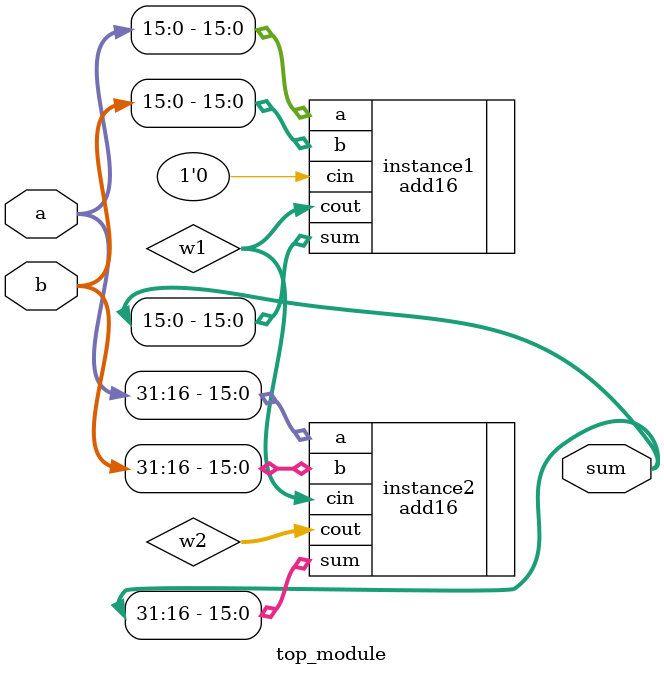
<source format=v>
module top_module(
    input [31:0] a,
    input [31:0] b,
    output [31:0] sum
);
    wire [15:0] w1, w2; 
    
    add16 instance1(.a(a[15:0]), 
                    .b(b[15:0]), 
                    .cin(1'b 0), 
                    .sum(sum[15:0]), 
                    .cout(w1)
                   ); 
    
    add16 instance2(.a(a[31:16]), 
                    .b(b[31:16]), 
                    .cin(w1), 
                    .sum(sum[31:16]), 
                    .cout(w2)
                   ); 
    
    
endmodule

</source>
